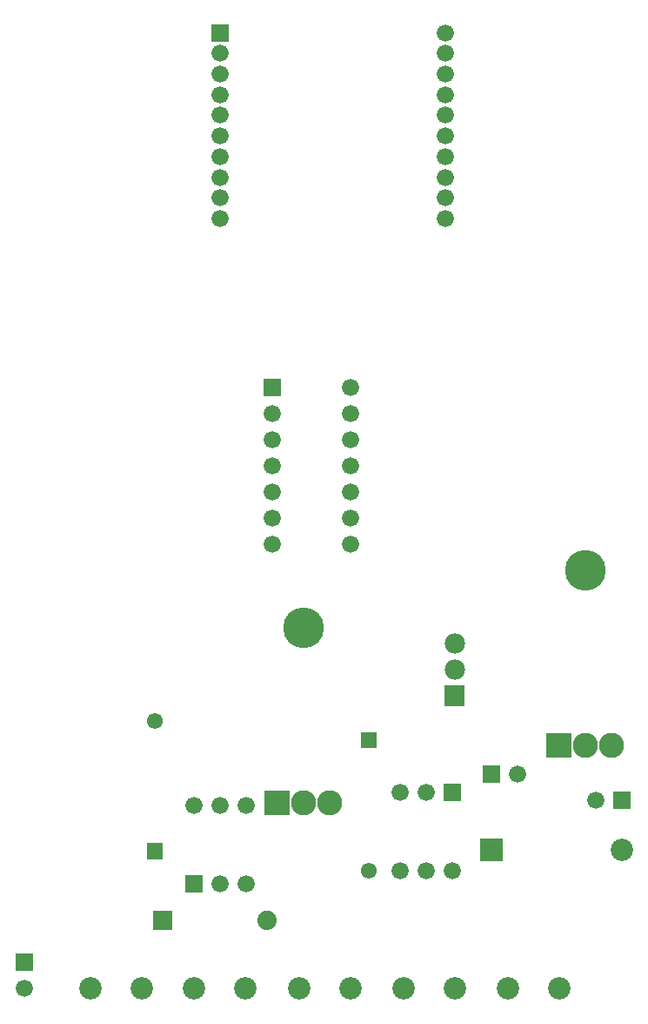
<source format=gbr>
G04 start of page 7 for group -4062 idx -4062 *
G04 Title: (unknown), soldermask *
G04 Creator: pcb 20110918 *
G04 CreationDate: Fri 08 Jun 2012 08:05:57 PM GMT UTC *
G04 For: ed *
G04 Format: Gerber/RS-274X *
G04 PCB-Dimensions: 260000 400000 *
G04 PCB-Coordinate-Origin: lower left *
%MOIN*%
%FSLAX25Y25*%
%LNBOTTOMMASK*%
%ADD80C,0.1560*%
%ADD79C,0.0780*%
%ADD78C,0.0740*%
%ADD77C,0.0610*%
%ADD76C,0.0960*%
%ADD75C,0.0860*%
%ADD74C,0.0660*%
%ADD73C,0.0001*%
G54D73*G36*
X189700Y67300D02*Y58700D01*
X198300D01*
Y67300D01*
X189700D01*
G37*
G36*
X190700Y95300D02*Y88700D01*
X197300D01*
Y95300D01*
X190700D01*
G37*
G54D74*X204000Y92000D03*
G54D75*X220000Y10000D03*
X244000Y63000D03*
G54D73*G36*
X240700Y85300D02*Y78700D01*
X247300D01*
Y85300D01*
X240700D01*
G37*
G54D74*X234000Y82000D03*
G54D73*G36*
X215200Y107800D02*Y98200D01*
X224800D01*
Y107800D01*
X215200D01*
G37*
G54D76*X230000Y103000D03*
X240000D03*
G54D73*G36*
X175700Y88300D02*Y81700D01*
X182300D01*
Y88300D01*
X175700D01*
G37*
G54D74*X179000Y55000D03*
G54D75*X200315Y10000D03*
X160315D03*
X180000D03*
X99685D03*
X120315D03*
X140000D03*
G54D74*X169000Y85000D03*
X159000D03*
Y55000D03*
X169000D03*
G54D73*G36*
X143950Y108050D02*Y101950D01*
X150050D01*
Y108050D01*
X143950D01*
G37*
G54D77*X147000Y55000D03*
G54D73*G36*
X107200Y85800D02*Y76200D01*
X116800D01*
Y85800D01*
X107200D01*
G37*
G54D78*X108000Y36000D03*
G54D76*X122000Y81000D03*
X132000D03*
G54D73*G36*
X176100Y125900D02*Y118100D01*
X183900D01*
Y125900D01*
X176100D01*
G37*
G54D79*X180000Y132000D03*
Y142000D03*
G54D80*X230000Y170000D03*
G54D73*G36*
X106700Y243300D02*Y236700D01*
X113300D01*
Y243300D01*
X106700D01*
G37*
G54D74*X110000Y230000D03*
Y220000D03*
Y210000D03*
Y200000D03*
X140000D03*
Y210000D03*
Y220000D03*
Y230000D03*
Y240000D03*
X110000Y190000D03*
X140000D03*
X110000Y180000D03*
X140000D03*
G54D80*X122000Y148000D03*
G54D73*G36*
X86700Y379100D02*Y372500D01*
X93300D01*
Y379100D01*
X86700D01*
G37*
G54D74*X90000Y367900D03*
Y360000D03*
Y352100D03*
Y344200D03*
Y336300D03*
Y328400D03*
Y320500D03*
Y312600D03*
Y304700D03*
X176600Y375800D03*
Y367900D03*
Y360000D03*
Y352100D03*
Y344200D03*
Y336300D03*
Y328400D03*
Y320500D03*
Y312600D03*
Y304700D03*
G54D75*X80000Y10000D03*
G54D73*G36*
X11700Y23300D02*Y16700D01*
X18300D01*
Y23300D01*
X11700D01*
G37*
G54D74*X15000Y10000D03*
G54D75*X40315D03*
X60000D03*
G54D73*G36*
X76700Y53300D02*Y46700D01*
X83300D01*
Y53300D01*
X76700D01*
G37*
G54D74*X80000Y80000D03*
G54D73*G36*
X61950Y65550D02*Y59450D01*
X68050D01*
Y65550D01*
X61950D01*
G37*
G54D77*X65000Y112500D03*
G54D74*X90000Y50000D03*
Y80000D03*
X100000Y50000D03*
Y80000D03*
G54D73*G36*
X64300Y39700D02*Y32300D01*
X71700D01*
Y39700D01*
X64300D01*
G37*
M02*

</source>
